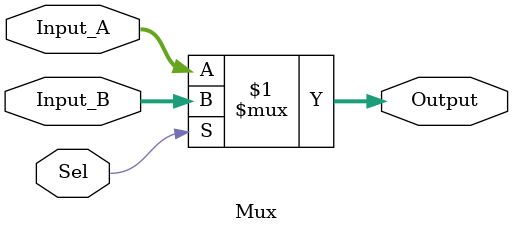
<source format=v>
`timescale 1ns / 1ps
/*
 * Source code for RISC-V Architecture, ECE 224A - VLSI PROJECT DESIGN - UCSB Fall 2024
 * Developed by Team 10 - Parth Kulkarni, Jash Shah, Oindrila Chatterjee
 */

module Mux (
		input wire [31:0]  Input_A, Input_B,
		input wire	   Sel,
		output wire [31:0] Output
		);

   assign Output = Sel ? Input_B : Input_A;

endmodule

</source>
